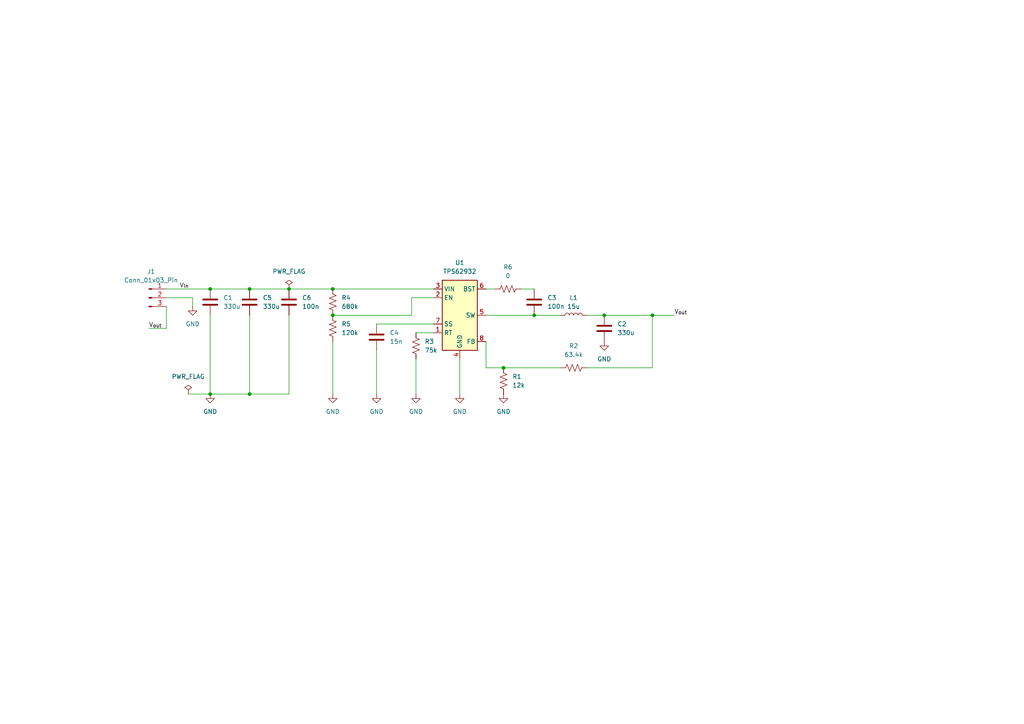
<source format=kicad_sch>
(kicad_sch (version 20231120) (generator "eeschema") (generator_version "8.0")
  (paper "A4")
  (title_block (title "SNES 5V Switching Regulator") (date "2024-11-13") (rev "A") (comment 1 "Author: ${AUTHOR}"))
  (lib_symbols
    (symbol "Connector:Conn_01x03_Pin" (pin_names (offset 1.016) hide)
      (property "Reference" "J" (at 0 5.08 0))
      (property "Value" "Conn_01x03_Pin" (at 0 -5.08 0))
      (symbol "Conn_01x03_Pin_1_1"
        (polyline (pts (xy 1.27 -2.54) (xy 0.8636 -2.54)) (stroke (width 0.1524)))
        (polyline (pts (xy 1.27 0) (xy 0.8636 0)) (stroke (width 0.1524)))
        (polyline (pts (xy 1.27 2.54) (xy 0.8636 2.54)) (stroke (width 0.1524)))
        (rectangle (start 0.8636 -2.413) (end 0 -2.667) (stroke (width 0.1524)) (fill (type outline)))
        (rectangle (start 0.8636 0.127) (end 0 -0.127) (stroke (width 0.1524)) (fill (type outline)))
        (rectangle (start 0.8636 2.667) (end 0 2.413) (stroke (width 0.1524)) (fill (type outline)))
        (pin passive line (at 5.08 2.54 180) (length 3.81) (name "Pin_1") (number "1"))
        (pin passive line (at 5.08 0 180) (length 3.81) (name "Pin_2") (number "2"))
        (pin passive line (at 5.08 -2.54 180) (length 3.81) (name "Pin_3") (number "3"))
      )
    )
    (symbol "Device:C" (pin_numbers hide) (pin_names (offset 0.254))
      (property "Reference" "C" (at 0.635 2.54 0))
      (property "Value" "C" (at 0.635 -2.54 0))
      (symbol "C_0_1"
        (polyline (pts (xy -2.032 -0.762) (xy 2.032 -0.762)) (stroke (width 0.508)))
        (polyline (pts (xy -2.032 0.762) (xy 2.032 0.762)) (stroke (width 0.508)))
      )
      (symbol "C_1_1"
        (pin passive line (at 0 3.81 270) (length 2.794) (name "~") (number "1"))
        (pin passive line (at 0 -3.81 90) (length 2.794) (name "~") (number "2"))
      )
    )
    (symbol "Device:L" (pin_numbers hide) (pin_names (offset 1.016) hide)
      (property "Reference" "L" (at -1.27 0 90))
      (property "Value" "L" (at 1.905 0 90))
      (symbol "L_0_1"
        (arc (start 0 -2.54) (mid 0.6323 -1.905) (end 0 -1.27))
        (arc (start 0 -1.27) (mid 0.6323 -0.635) (end 0 0))
        (arc (start 0 0) (mid 0.6323 0.635) (end 0 1.27))
        (arc (start 0 1.27) (mid 0.6323 1.905) (end 0 2.54))
      )
      (symbol "L_1_1"
        (pin passive line (at 0 3.81 270) (length 1.27) (name "1") (number "1"))
        (pin passive line (at 0 -3.81 90) (length 1.27) (name "2") (number "2"))
      )
    )
    (symbol "Device:R_US" (pin_numbers hide) (pin_names (offset 0))
      (property "Reference" "R" (at 2.54 0 90))
      (property "Value" "R_US" (at -2.54 0 90))
      (symbol "R_US_0_1"
        (polyline (pts (xy 0 -2.286) (xy 0 -2.54)))
        (polyline (pts (xy 0 2.286) (xy 0 2.54)))
        (polyline (pts (xy 0 -0.762) (xy 1.016 -1.143) (xy 0 -1.524) (xy -1.016 -1.905) (xy 0 -2.286)))
        (polyline (pts (xy 0 0.762) (xy 1.016 0.381) (xy 0 0) (xy -1.016 -0.381) (xy 0 -0.762)))
        (polyline (pts (xy 0 2.286) (xy 1.016 1.905) (xy 0 1.524) (xy -1.016 1.143) (xy 0 0.762)))
      )
      (symbol "R_US_1_1"
        (pin passive line (at 0 3.81 270) (length 1.27) (name "~") (number "1"))
        (pin passive line (at 0 -3.81 90) (length 1.27) (name "~") (number "2"))
      )
    )
    (symbol "Regulator_Switching:TPS62932"
      (property "Reference" "U" (at 0 13.97 0))
      (property "Value" "TPS62932" (at 0 11.43 0))
      (symbol "TPS62932_0_1"
        (rectangle (start -5.08 10.16) (end 5.08 -10.16) (stroke (width 0.254)) (fill (type background)))
      )
      (symbol "TPS62932_1_1"
        (pin passive line (at -7.62 -5.08 0) (length 2.54) (name "RT") (number "1"))
        (pin input line (at -7.62 5.08 0) (length 2.54) (name "EN") (number "2"))
        (pin power_in line (at -7.62 7.62 0) (length 2.54) (name "VIN") (number "3"))
        (pin power_in line (at 0 -12.7 90) (length 2.54) (name "GND") (number "4"))
        (pin output line (at 7.62 0 180) (length 2.54) (name "SW") (number "5"))
        (pin passive line (at 7.62 7.62 180) (length 2.54) (name "BST") (number "6"))
        (pin passive line (at -7.62 -2.54 0) (length 2.54) (name "SS") (number "7"))
        (pin input line (at 7.62 -7.62 180) (length 2.54) (name "FB") (number "8"))
      )
    )
    (symbol "power:GND" (power) (pin_numbers hide) (pin_names (offset 0) hide)
      (property "Value" "GND" (at 0 -3.81 0))
      (symbol "GND_0_1"
        (polyline (pts (xy 0 0) (xy 0 -1.27) (xy 1.27 -1.27) (xy 0 -2.54) (xy -1.27 -1.27) (xy 0 -1.27)))
      )
      (symbol "GND_1_1"
        (pin power_in line (at 0 0 270) (length 0) (name "~") (number "1"))
      )
    )
    (symbol "power:PWR_FLAG" (power) (pin_numbers hide) (pin_names (offset 0) hide)
      (property "Value" "PWR_FLAG" (at 0 3.81 0))
      (symbol "PWR_FLAG_0_0"
        (pin power_out line (at 0 0 90) (length 0) (name "~") (number "1"))
      )
      (symbol "PWR_FLAG_0_1"
        (polyline (pts (xy 0 0) (xy 0 1.27) (xy -1.016 1.905) (xy 0 2.54) (xy 1.016 1.905) (xy 0 1.27)))
      )
    )
  )
  (junction (at 96.52 91.44))
  (junction (at 189.23 91.44))
  (junction (at 60.96 83.82))
  (junction (at 175.26 91.44))
  (junction (at 96.52 83.82))
  (junction (at 60.96 114.3))
  (junction (at 146.05 106.68))
  (junction (at 83.82 83.82))
  (junction (at 72.39 114.3))
  (junction (at 154.94 91.44))
  (junction (at 72.39 83.82))
  (wire (pts (xy 133.35 114.3) (xy 133.35 104.14)))
  (wire (pts (xy 120.65 96.52) (xy 125.73 96.52)))
  (wire (pts (xy 55.88 86.36) (xy 55.88 88.9)))
  (wire (pts (xy 60.96 83.82) (xy 72.39 83.82)))
  (wire (pts (xy 140.97 106.68) (xy 146.05 106.68)))
  (wire (pts (xy 119.38 91.44) (xy 119.38 86.36)))
  (wire (pts (xy 83.82 114.3) (xy 72.39 114.3)))
  (wire (pts (xy 96.52 83.82) (xy 125.73 83.82)))
  (wire (pts (xy 140.97 91.44) (xy 154.94 91.44)))
  (wire (pts (xy 170.18 91.44) (xy 175.26 91.44)))
  (wire (pts (xy 96.52 114.3) (xy 96.52 99.06)))
  (wire (pts (xy 140.97 83.82) (xy 143.51 83.82)))
  (wire (pts (xy 146.05 106.68) (xy 162.56 106.68)))
  (wire (pts (xy 120.65 114.3) (xy 120.65 104.14)))
  (wire (pts (xy 189.23 91.44) (xy 189.23 106.68)))
  (wire (pts (xy 54.61 114.3) (xy 60.96 114.3)))
  (wire (pts (xy 72.39 83.82) (xy 83.82 83.82)))
  (wire (pts (xy 60.96 91.44) (xy 60.96 114.3)))
  (wire (pts (xy 170.18 106.68) (xy 189.23 106.68)))
  (wire (pts (xy 48.26 83.82) (xy 60.96 83.82)))
  (wire (pts (xy 140.97 106.68) (xy 140.97 99.06)))
  (wire (pts (xy 109.22 93.98) (xy 125.73 93.98)))
  (wire (pts (xy 72.39 91.44) (xy 72.39 114.3)))
  (wire (pts (xy 189.23 91.44) (xy 195.58 91.44)))
  (wire (pts (xy 154.94 91.44) (xy 162.56 91.44)))
  (wire (pts (xy 175.26 91.44) (xy 189.23 91.44)))
  (wire (pts (xy 83.82 83.82) (xy 96.52 83.82)))
  (wire (pts (xy 151.13 83.82) (xy 154.94 83.82)))
  (wire (pts (xy 43.18 95.25) (xy 48.26 95.25)))
  (wire (pts (xy 48.26 86.36) (xy 55.88 86.36)))
  (wire (pts (xy 96.52 91.44) (xy 119.38 91.44)))
  (wire (pts (xy 48.26 88.9) (xy 48.26 95.25)))
  (wire (pts (xy 119.38 86.36) (xy 125.73 86.36)))
  (wire (pts (xy 109.22 101.6) (xy 109.22 114.3)))
  (wire (pts (xy 72.39 114.3) (xy 60.96 114.3)))
  (wire (pts (xy 83.82 91.44) (xy 83.82 114.3)))
  (label "V_{out}" (at 195.58 91.44 0))
  (label "V_{in}" (at 52.07 83.82 0))
  (label "V_{out}" (at 43.18 95.25 0))
  (symbol (lib_id "Connector:Conn_01x03_Pin") (at 43.18 86.36 0) (unit 1) (exclude_from_sim yes)
    (property "Reference" "J1" (at 43.815 78.74 0))
    (property "Value" "Conn_01x03_Pin" (at 43.815 81.28 0))
    (property "Footprint" "Connector_PinHeader_2.54mm:PinHeader_1x03_P2.54mm_Vertical" (effects (hide yes)))
    (property "Datasheet" "https://mm.digikey.com/Volume0/opasdata/d220001/medias/docus/2884/zzzCzzzSzzN-M71RC,%2011637-B.pdf" (effects (hide yes)))
    (property "Description" "Generic connector, single row, 01x03, script generated" (effects (hide yes)))
    (property "Digikey Part Number" "S1112EC-03-ND" (effects (hide yes)))
    (property "Manufacturer Product Number" "PREC003SBAN-M71RC" (effects (hide yes)))
  )
  (symbol (lib_id "power:PWR_FLAG") (at 54.61 114.3 0) (unit 1)
    (property "Reference" "#FLG01" (effects (hide yes)))
    (property "Value" "PWR_FLAG" (at 54.61 109.22 0))
    (property "Description" "Special symbol for telling ERC where power comes from" (effects (hide yes)))
  )
  (symbol (lib_id "Device:C") (at 154.94 87.63 0) (unit 1)
    (property "Reference" "C3" (at 158.75 86.3599 0) (effects (justify left)))
    (property "Value" "100n" (at 158.75 88.8999 0) (effects (justify left)))
    (property "Footprint" "Capacitor_SMD:C_0603_1608Metric_Pad1.08x0.95mm_HandSolder" (effects (hide yes)))
    (property "Datasheet" "https://mm.digikey.com/Volume0/opasdata/d220001/medias/docus/658/CL10B104KB8NNWC_Spec.pdf" (effects (hide yes)))
    (property "Description" "Unpolarized capacitor" (effects (hide yes)))
    (property "Digikey Part Number" "1276-1935-1-ND" (effects (hide yes)))
    (property "Manufacturer Product Number" "CL10B104KB8NNWC" (effects (hide yes)))
  )
  (symbol (lib_id "power:GND") (at 120.65 114.3 0) (unit 1)
    (property "Reference" "#PWR06" (effects (hide yes)))
    (property "Value" "GND" (at 120.65 119.38 0))
    (property "Description" "Power symbol creates a global label with name \"GND\" , ground" (effects (hide yes)))
  )
  (symbol (lib_id "Device:C") (at 72.39 87.63 0) (unit 1)
    (property "Reference" "C5" (at 76.2 86.3599 0) (effects (justify left)))
    (property "Value" "330u" (at 76.2 88.8999 0) (effects (justify left)))
    (property "Footprint" "Capacitor_THT:CP_Radial_D6.3mm_P2.50mm" (effects (hide yes)))
    (property "Datasheet" "https://search.kemet.com/download/datasheet/A750EM337M1CAAE015" (effects (hide yes)))
    (property "Description" "Unpolarized capacitor" (effects (hide yes)))
    (property "Digikey Part Number" "399-A750EM337M1CAAE015-ND" (effects (hide yes)))
    (property "Manufacturer Product Number" "A750EM337M1CAAE015" (effects (hide yes)))
  )
  (symbol (lib_id "Device:R_US") (at 120.65 100.33 0) (unit 1)
    (property "Reference" "R3" (at 123.19 99.0599 0) (effects (justify left)))
    (property "Value" "75k" (at 123.19 101.5999 0) (effects (justify left)))
    (property "Footprint" "Resistor_SMD:R_0603_1608Metric_Pad0.98x0.95mm_HandSolder" (effects (hide yes)))
    (property "Datasheet" "https://www.yageo.com/upload/media/product/productsearch/datasheet/rchip/PYu-AC_51_RoHS_L_10.pdf" (effects (hide yes)))
    (property "Description" "Resistor, US symbol" (effects (hide yes)))
    (property "Digikey Part Number" "YAG3629CT-ND" (effects (hide yes)))
    (property "Manufacturer Product Number" "AC0603FR-0775KL" (effects (hide yes)))
  )
  (symbol (lib_id "Device:R_US") (at 147.32 83.82 90) (unit 1)
    (property "Reference" "R6" (at 147.32 77.47 90))
    (property "Value" "0" (at 147.32 80.01 90))
    (property "Footprint" "Resistor_SMD:R_0603_1608Metric_Pad0.98x0.95mm_HandSolder" (effects (hide yes)))
    (property "Datasheet" "https://www.passivecomponent.com/wp-content/uploads/chipR/ASC_WR.pdf" (effects (hide yes)))
    (property "Description" "Resistor, US symbol" (effects (hide yes)))
    (property "Digikey Part Number" "1292-WR06X000PTLCT-ND" (effects (hide yes)))
    (property "Manufacturer Product Number" "WR06X000 PTL" (effects (hide yes)))
  )
  (symbol (lib_id "power:GND") (at 55.88 88.9 0) (unit 1)
    (property "Reference" "#PWR02" (effects (hide yes)))
    (property "Value" "GND" (at 55.88 93.98 0))
    (property "Description" "Power symbol creates a global label with name \"GND\" , ground" (effects (hide yes)))
  )
  (symbol (lib_id "Device:C") (at 109.22 97.79 0) (unit 1)
    (property "Reference" "C4" (at 113.03 96.5199 0) (effects (justify left)))
    (property "Value" "15n" (at 113.03 99.0599 0) (effects (justify left)))
    (property "Footprint" "Capacitor_SMD:C_0603_1608Metric_Pad1.08x0.95mm_HandSolder" (effects (hide yes)))
    (property "Datasheet" "https://content.kemet.com/datasheets/KEM_C1091_C0G_ESD.pdf" (effects (hide yes)))
    (property "Description" "Unpolarized capacitor" (effects (hide yes)))
    (property "Manufacturer Product Number" "C0603C153M3GEC7411" (effects (hide yes)))
    (property "Digikey Part Number" "399-C0603C153M3GEC7411CT-ND" (effects (hide yes)))
  )
  (symbol (lib_id "Device:L") (at 166.37 91.44 90) (unit 1)
    (property "Reference" "L1" (at 166.37 86.36 90))
    (property "Value" "15u" (at 166.37 88.9 90))
    (property "Footprint" "Marcano:BFSI00121109150M05" (effects (hide yes)))
    (property "Datasheet" "https://productfinder.pulseelectronics.com/api/open/part-attachments/datasheet/BFSI00121109150M05" (effects (hide yes)))
    (property "Description" "Inductor" (effects (hide yes)))
    (property "Digikey Part Number" "553-BFSI00121109150M05CT-ND" (effects (hide yes)))
    (property "Manufacturer Product Number" "BFSI00121109150M05" (effects (hide yes)))
  )
  (symbol (lib_id "Device:R_US") (at 96.52 95.25 0) (unit 1)
    (property "Reference" "R5" (at 99.06 93.9799 0) (effects (justify left)))
    (property "Value" "120k" (at 99.06 96.5199 0) (effects (justify left)))
    (property "Footprint" "Resistor_SMD:R_0603_1608Metric_Pad0.98x0.95mm_HandSolder" (effects (hide yes)))
    (property "Datasheet" "https://www.bourns.com/docs/product-datasheets/cr.pdf?sfvrsn=574d41f6_14" (effects (hide yes)))
    (property "Description" "Resistor, US symbol" (effects (hide yes)))
    (property "Digikey Part Number" "CR0603-FX-1203ELFCT-ND" (effects (hide yes)))
    (property "Manufacturer Product Number" "CR0603-FX-1203ELF" (effects (hide yes)))
  )
  (symbol (lib_id "power:GND") (at 175.26 99.06 0) (unit 1)
    (property "Reference" "#PWR05" (effects (hide yes)))
    (property "Value" "GND" (at 175.26 104.14 0))
    (property "Description" "Power symbol creates a global label with name \"GND\" , ground" (effects (hide yes)))
  )
  (symbol (lib_id "Device:C") (at 60.96 87.63 0) (unit 1)
    (property "Reference" "C1" (at 64.77 86.3599 0) (effects (justify left)))
    (property "Value" "330u" (at 64.77 88.8999 0) (effects (justify left)))
    (property "Footprint" "Capacitor_THT:CP_Radial_D6.3mm_P2.50mm" (effects (hide yes)))
    (property "Datasheet" "https://search.kemet.com/download/datasheet/A750EM337M1CAAE015" (effects (hide yes)))
    (property "Description" "Unpolarized capacitor" (effects (hide yes)))
    (property "Digikey Part Number" "399-A750EM337M1CAAE015-ND" (effects (hide yes)))
    (property "Manufacturer Product Number" "A750EM337M1CAAE015" (effects (hide yes)))
  )
  (symbol (lib_id "Device:R_US") (at 166.37 106.68 90) (unit 1)
    (property "Reference" "R2" (at 166.37 100.33 90))
    (property "Value" "63.4k" (at 166.37 102.87 90))
    (property "Footprint" "Resistor_SMD:R_0603_1608Metric_Pad0.98x0.95mm_HandSolder" (effects (hide yes)))
    (property "Datasheet" "https://www.seielect.com/catalog/sei-rmcf_rmcp.pdf" (effects (hide yes)))
    (property "Description" "Resistor, US symbol" (effects (hide yes)))
    (property "Digikey Part Number" "RMCF0603FT63K4CT-ND" (effects (hide yes)))
    (property "Manufacturer Product Number" "RMCF0603FT63K4" (effects (hide yes)))
  )
  (symbol (lib_id "power:PWR_FLAG") (at 83.82 83.82 0) (unit 1)
    (property "Reference" "#FLG02" (effects (hide yes)))
    (property "Value" "PWR_FLAG" (at 83.82 78.74 0))
    (property "Description" "Special symbol for telling ERC where power comes from" (effects (hide yes)))
  )
  (symbol (lib_id "power:GND") (at 60.96 114.3 0) (unit 1)
    (property "Reference" "#PWR07" (effects (hide yes)))
    (property "Value" "GND" (at 60.96 119.38 0))
    (property "Description" "Power symbol creates a global label with name \"GND\" , ground" (effects (hide yes)))
  )
  (symbol (lib_id "Device:C") (at 83.82 87.63 0) (unit 1)
    (property "Reference" "C6" (at 87.63 86.3599 0) (effects (justify left)))
    (property "Value" "100n" (at 87.63 88.8999 0) (effects (justify left)))
    (property "Footprint" "Capacitor_SMD:C_0603_1608Metric_Pad1.08x0.95mm_HandSolder" (effects (hide yes)))
    (property "Datasheet" "https://mm.digikey.com/Volume0/opasdata/d220001/medias/docus/658/CL10B104KB8NNWC_Spec.pdf" (effects (hide yes)))
    (property "Description" "Unpolarized capacitor" (effects (hide yes)))
    (property "Digikey Part Number" "1276-1935-1-ND" (effects (hide yes)))
    (property "Manufacturer Product Number" "CL10B104KB8NNWC" (effects (hide yes)))
  )
  (symbol (lib_id "power:GND") (at 96.52 114.3 0) (unit 1)
    (property "Reference" "#PWR03" (effects (hide yes)))
    (property "Value" "GND" (at 96.52 119.38 0))
    (property "Description" "Power symbol creates a global label with name \"GND\" , ground" (effects (hide yes)))
  )
  (symbol (lib_id "power:GND") (at 109.22 114.3 0) (unit 1)
    (property "Reference" "#PWR08" (effects (hide yes)))
    (property "Value" "GND" (at 109.22 119.38 0))
    (property "Description" "Power symbol creates a global label with name \"GND\" , ground" (effects (hide yes)))
  )
  (symbol (lib_id "Device:C") (at 175.26 95.25 0) (unit 1)
    (property "Reference" "C2" (at 179.07 93.9799 0) (effects (justify left)))
    (property "Value" "330u" (at 179.07 96.5199 0) (effects (justify left)))
    (property "Footprint" "Capacitor_THT:CP_Radial_D6.3mm_P2.50mm" (effects (hide yes)))
    (property "Datasheet" "https://search.kemet.com/download/datasheet/A750EM337M1CAAE015" (effects (hide yes)))
    (property "Description" "Unpolarized capacitor, with at most 9mOhm of ESR" (effects (hide yes)))
    (property "Digikey Part Number" "399-A750EM337M1CAAE015-ND" (effects (hide yes)))
    (property "Manufacturer Product Number" "A750EM337M1CAAE015" (effects (hide yes)))
  )
  (symbol (lib_id "Regulator_Switching:TPS62932") (at 133.35 91.44 0) (unit 1)
    (property "Reference" "U1" (at 133.35 76.2 0))
    (property "Value" "TPS62932" (at 133.35 78.74 0))
    (property "Footprint" "Package_TO_SOT_SMD:SOT-583-8" (effects (hide yes)))
    (property "Datasheet" "https://www.ti.com/lit/ds/symlink/tps62933.pdf" (effects (hide yes)))
    (property "Description" "3.8-30V, 2A  Synchronous Buck Converters with pulse frequency modulation (PFM), SOT583-8" (effects (hide yes)))
    (property "Sim.Library" "./design/spice/TPS62932_PSPICE_TRANS/TPS62932_TRANS.LIB" (effects (hide yes)))
    (property "Sim.Name" "TPS62932_TRANS" (effects (hide yes)))
    (property "Sim.Device" "SUBCKT" (effects (hide yes)))
    (property "Sim.Pins" "1=RT 2=EN 3=VIN 4=GND 5=SW 6=BST 7=SS 8=FB" (effects (hide yes)))
    (property "Digikey Part Number" "296-TPS62932DRLRCT-ND" (effects (hide yes)))
    (property "Manufacturer Product Number" "TPS62932DRLR" (effects (hide yes)))
  )
  (symbol (lib_id "power:GND") (at 133.35 114.3 0) (unit 1)
    (property "Reference" "#PWR01" (effects (hide yes)))
    (property "Value" "GND" (at 133.35 119.38 0))
    (property "Description" "Power symbol creates a global label with name \"GND\" , ground" (effects (hide yes)))
  )
  (symbol (lib_id "Device:R_US") (at 96.52 87.63 0) (unit 1)
    (property "Reference" "R4" (at 99.06 86.3599 0) (effects (justify left)))
    (property "Value" "680k" (at 99.06 88.8999 0) (effects (justify left)))
    (property "Footprint" "Resistor_SMD:R_0603_1608Metric_Pad0.98x0.95mm_HandSolder" (effects (hide yes)))
    (property "Datasheet" "https://www.bourns.com/docs/product-datasheets/cr.pdf?sfvrsn=574d41f6_14" (effects (hide yes)))
    (property "Description" "Resistor, US symbol" (effects (hide yes)))
    (property "Digikey Part Number" "CR0603-FX-6803ELFCT-ND" (effects (hide yes)))
    (property "Manufacturer Product Number" "CR0603-FX-6803ELF" (effects (hide yes)))
  )
  (symbol (lib_id "Device:R_US") (at 146.05 110.49 0) (unit 1)
    (property "Reference" "R1" (at 148.59 109.2199 0) (effects (justify left)))
    (property "Value" "12k" (at 148.59 111.7599 0) (effects (justify left)))
    (property "Footprint" "Resistor_SMD:R_0603_1608Metric_Pad0.98x0.95mm_HandSolder" (effects (hide yes)))
    (property "Datasheet" "https://www.bourns.com/docs/product-datasheets/cr.pdf?sfvrsn=574d41f6_14" (effects (hide yes)))
    (property "Description" "Resistor, US symbol" (effects (hide yes)))
    (property "Digikey Part Number" "118-CR0603-FX-1202ELFCT-ND" (effects (hide yes)))
    (property "Manufacturer Product Number" "CR0603-FX-1202ELF" (effects (hide yes)))
  )
  (symbol (lib_id "power:GND") (at 146.05 114.3 0) (unit 1)
    (property "Reference" "#PWR04" (effects (hide yes)))
    (property "Value" "GND" (at 146.05 119.38 0))
    (property "Description" "Power symbol creates a global label with name \"GND\" , ground" (effects (hide yes)))
  )
)
</source>
